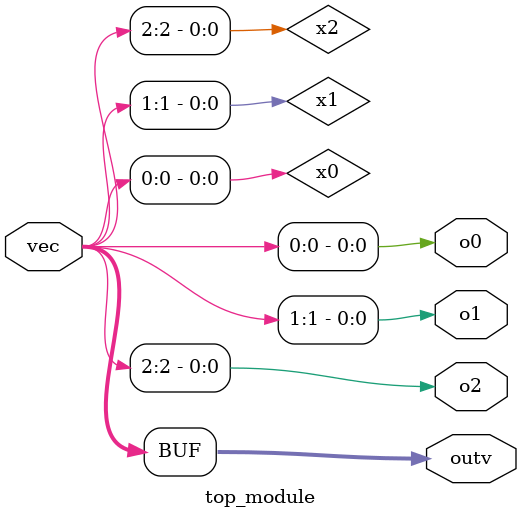
<source format=v>
module top_module ( 
    input wire [2:0] vec,
    output wire [2:0] outv,
    output wire o2,
    output wire o1,
    output wire o0  ); // Module body starts after module declaration
    
    wire x0 = vec[0];
    wire x1 = vec[1];
    wire x2 = vec[2];
    
    assign outv = vec;
    assign o0 = x0;
    assign o1 = x1;
    assign o2 = x2;
    
endmodule

</source>
